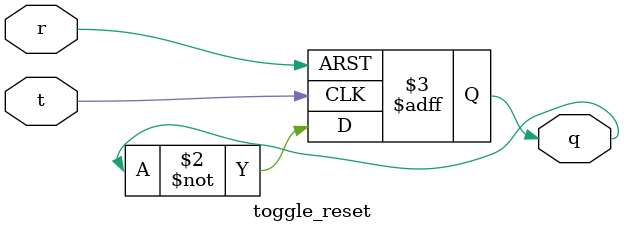
<source format=sv>

module toggle_reset(
    input  logic t, r,
    output logic q,
);
    always_ff @(posedge t, posedge r) begin
        if (r)
            q <= 0;
        else if(t)
            q <= ~q;
    end
endmodule
</source>
